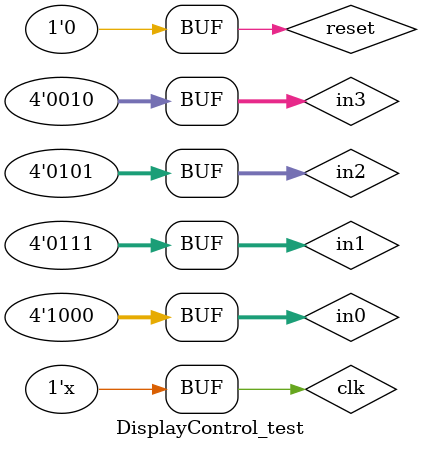
<source format=v>
`timescale 1ns / 1ps


module DisplayControl_test;

	// Inputs
	reg clk;
	reg reset;
	reg [3:0] in0;
	reg [3:0] in1;
	reg [3:0] in2;
	reg [3:0] in3;

	// Outputs
	wire seg0;
	wire seg1;
	wire seg2;
	wire seg3;
	wire seg4;
	wire seg5;
	wire seg6;
	wire dp;
	wire an1;
	wire an2;
	wire an3;
	wire an4;

	// Instantiate the Unit Under Test (UUT)
	DisplayController uut (
		.clk(clk), 
		.reset(reset), 
		.in0(in0), 
		.in1(in1), 
		.in2(in2), 
		.in3(in3), 
		.seg0(seg0), 
		.seg1(seg1), 
		.seg2(seg2), 
		.seg3(seg3), 
		.seg4(seg4), 
		.seg5(seg5), 
		.seg6(seg6), 
		.dp(dp), 
		.an1(an1), 
		.an2(an2), 
		.an3(an3), 
		.an4(an4)
	);

	initial begin
		// Initialize Inputs
		clk = 0;
		reset = 0;
		in0 = 8;
		in1 = 7;
		in2 = 5;
		in3 = 2;

		// Wait 100 ns for global reset to finish
		#100;
        
		// Add stimulus here	

	end
	
	always
	#10 clk = !clk;
	
      
endmodule


</source>
